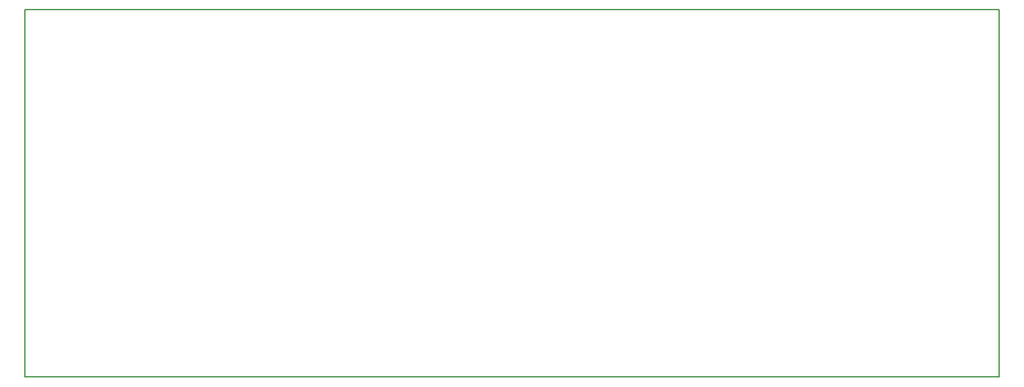
<source format=gbo>
G04 MADE WITH FRITZING*
G04 WWW.FRITZING.ORG*
G04 DOUBLE SIDED*
G04 HOLES PLATED*
G04 CONTOUR ON CENTER OF CONTOUR VECTOR*
%ASAXBY*%
%FSLAX23Y23*%
%MOIN*%
%OFA0B0*%
%SFA1.0B1.0*%
%ADD10R,5.097090X1.929230X5.081090X1.913230*%
%ADD11C,0.008000*%
%LNSILK0*%
G90*
G70*
G54D11*
X4Y1925D02*
X5093Y1925D01*
X5093Y4D01*
X4Y4D01*
X4Y1925D01*
D02*
G04 End of Silk0*
M02*
</source>
